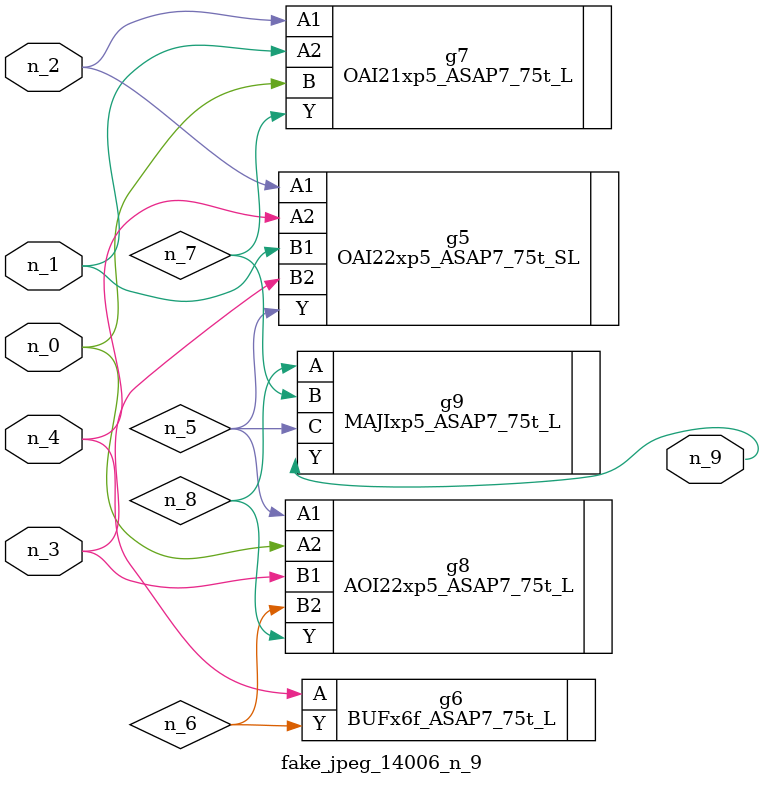
<source format=v>
module fake_jpeg_14006_n_9 (n_3, n_2, n_1, n_0, n_4, n_9);

input n_3;
input n_2;
input n_1;
input n_0;
input n_4;

output n_9;

wire n_8;
wire n_6;
wire n_5;
wire n_7;

OAI22xp5_ASAP7_75t_SL g5 ( 
.A1(n_2),
.A2(n_4),
.B1(n_1),
.B2(n_3),
.Y(n_5)
);

BUFx6f_ASAP7_75t_L g6 ( 
.A(n_4),
.Y(n_6)
);

OAI21xp5_ASAP7_75t_L g7 ( 
.A1(n_2),
.A2(n_1),
.B(n_0),
.Y(n_7)
);

AOI22xp5_ASAP7_75t_L g8 ( 
.A1(n_5),
.A2(n_0),
.B1(n_3),
.B2(n_6),
.Y(n_8)
);

MAJIxp5_ASAP7_75t_L g9 ( 
.A(n_8),
.B(n_7),
.C(n_5),
.Y(n_9)
);


endmodule
</source>
